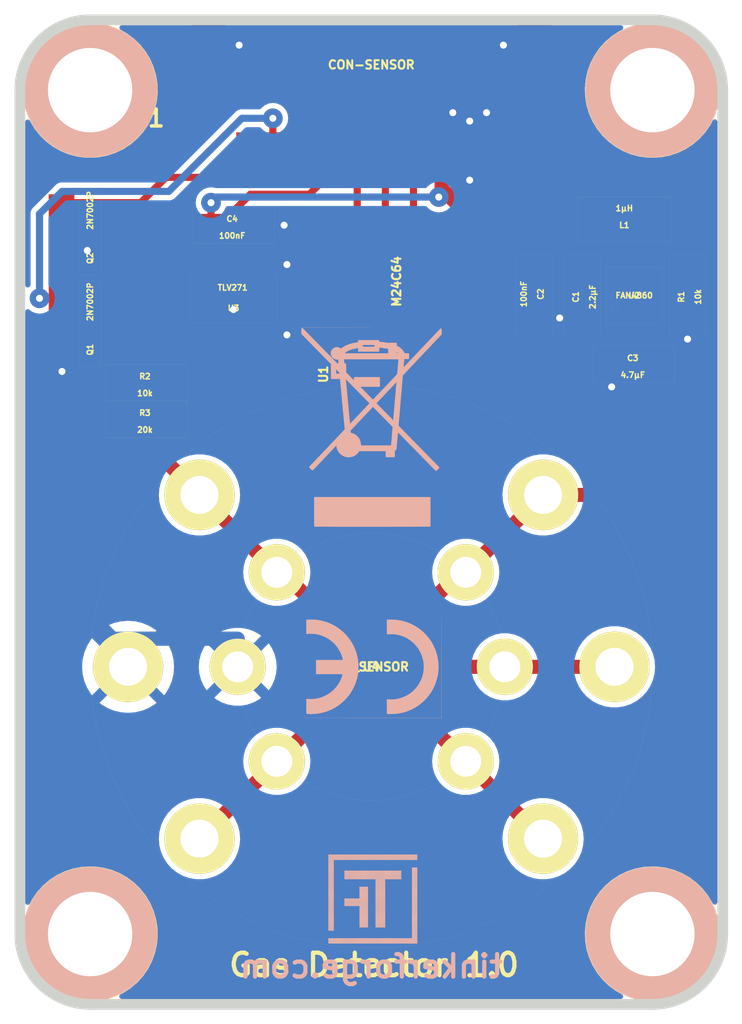
<source format=kicad_pcb>
(kicad_pcb (version 20221018) (generator pcbnew)
  (layers (0 "F.Cu" signal) (31 "B.Cu" signal) (34 "B.Paste" user) (35 "F.Paste" user) (36 "B.SilkS" user "B.Silkscreen") (37 "F.SilkS" user "F.Silkscreen") (38 "B.Mask" user) (39 "F.Mask" user) (44 "Edge.Cuts" user))
  (net 0 "")
  (net 1 "+5V")
  (net 2 "3V3")
  (net 3 "EN")
  (net 4 "GND")
  (net 5 "Net-(L1-Pad2)")
  (net 6 "Net-(P1-Pad10)")
  (net 7 "Net-(P1-Pad4)")
  (net 8 "Net-(P1-Pad5)")
  (net 9 "Net-(P1-Pad6)")
  (net 10 "Net-(P1-Pad7)")
  (net 11 "Net-(P1-Pad9)")
  (net 12 "Net-(Q1-PadD)")
  (net 13 "Net-(Q2-PadD)")
  (net 14 "Net-(R2-Pad1)")
  (footprint "tinkerforge:0603" (layer "F.Cu") (at 205.2 116.1 -90)
    (fp_text reference "C1" (at 0.05 0.225 270) (layer "F.SilkS") (effects (font (size 0.2 0.2) (thickness 0.05))))
    (fp_text value "2.2µF" (at 0.05 -0.375 270) (layer "F.SilkS") (effects (font (size 0.2 0.2) (thickness 0.05))))
    (pad "1" smd rect (at -0.8001 0 270) (size 0.8001 0.8001) (layers "F.Cu" "F.Paste" "F.Mask") (net 2 "3V3"))
    (pad "2" smd rect (at 0.8001 0 270) (size 0.8001 0.8001) (layers "F.Cu" "F.Paste" "F.Mask") (net 4 "GND"))
  )
  (footprint "tinkerforge:0603" (layer "F.Cu") (at 203.5 116.1 90)
    (fp_text reference "C2" (at 0.05 0.225 90) (layer "F.SilkS") (effects (font (size 0.2 0.2) (thickness 0.05))))
    (fp_text value "100nF" (at 0.05 -0.375 90) (layer "F.SilkS") (effects (font (size 0.2 0.2) (thickness 0.05))))
    (pad "1" smd rect (at -0.8001 0 90) (size 0.8001 0.8001) (layers "F.Cu" "F.Paste" "F.Mask") (net 4 "GND"))
    (pad "2" smd rect (at 0.8001 0 90) (size 0.8001 0.8001) (layers "F.Cu" "F.Paste" "F.Mask") (net 2 "3V3"))
  )
  (footprint "tinkerforge:0603" (layer "F.Cu") (at 207.05 118.55 180)
    (fp_text reference "C3" (at 0.05 0.225 180) (layer "F.SilkS") (effects (font (size 0.2 0.2) (thickness 0.05))))
    (fp_text value "4.7µF" (at 0.05 -0.375 180) (layer "F.SilkS") (effects (font (size 0.2 0.2) (thickness 0.05))))
    (pad "1" smd rect (at -0.8001 0 180) (size 0.8001 0.8001) (layers "F.Cu" "F.Paste" "F.Mask") (net 1 "+5V"))
    (pad "2" smd rect (at 0.8001 0 180) (size 0.8001 0.8001) (layers "F.Cu" "F.Paste" "F.Mask") (net 4 "GND"))
  )
  (footprint "tinkerforge:0805" (layer "F.Cu") (at 206.7 113.4)
    (fp_text reference "L1" (at 0 0.2) (layer "F.SilkS") (effects (font (size 0.2 0.2) (thickness 0.05))))
    (fp_text value "1µH" (at 0 -0.4) (layer "F.SilkS") (effects (font (size 0.2 0.2) (thickness 0.05))))
    (pad "1" smd rect (at -1.00076 0) (size 1.00076 1.24968) (layers "F.Cu" "F.Paste" "F.Mask") (net 2 "3V3") (clearance 0.14986))
    (pad "2" smd rect (at 1.00076 0) (size 1.00076 1.24968) (layers "F.Cu" "F.Paste" "F.Mask") (net 5 "Net-(L1-Pad2)") (clearance 0.14986))
  )
  (footprint "tinkerforge:CON-SENSOR" (layer "F.Cu") (at 197.7 106.3 180)
    (fp_text reference "P1" (at 7.9502 -3.50012 180) (layer "F.SilkS") (effects (font (size 0.59944 0.59944) (thickness 0.12446))))
    (fp_text value "CON-SENSOR" (at 0 -1.6002 180) (layer "F.SilkS") (effects (font (size 0.29972 0.29972) (thickness 0.07112))))
    (pad "1" smd rect (at -4.50088 -4.7752 180) (size 0.59944 1.5494) (layers "F.Cu" "F.Paste" "F.Mask"))
    (pad "2" smd rect (at -3.50012 -4.7752 180) (size 0.59944 1.5494) (layers "F.Cu" "F.Paste" "F.Mask") (net 4 "GND"))
    (pad "3" smd rect (at -2.49936 -4.7752 180) (size 0.59944 1.5494) (layers "F.Cu" "F.Paste" "F.Mask") (net 2 "3V3"))
    (pad "4" smd rect (at -1.50114 -4.7752 180) (size 0.59944 1.5494) (layers "F.Cu" "F.Paste" "F.Mask") (net 7 "Net-(P1-Pad4)"))
    (pad "5" smd rect (at -0.50038 -4.7752 180) (size 0.59944 1.5494) (layers "F.Cu" "F.Paste" "F.Mask") (net 8 "Net-(P1-Pad5)"))
    (pad "6" smd rect (at 0.50038 -4.7752 180) (size 0.59944 1.5494) (layers "F.Cu" "F.Paste" "F.Mask") (net 9 "Net-(P1-Pad6)"))
    (pad "7" smd rect (at 1.50114 -4.7752 180) (size 0.59944 1.5494) (layers "F.Cu" "F.Paste" "F.Mask") (net 10 "Net-(P1-Pad7)"))
    (pad "8" smd rect (at 2.49936 -4.7752 180) (size 0.59944 1.5494) (layers "F.Cu" "F.Paste" "F.Mask") (net 3 "EN"))
    (pad "9" smd rect (at 3.50012 -4.7752 180) (size 0.59944 1.5494) (layers "F.Cu" "F.Paste" "F.Mask") (net 11 "Net-(P1-Pad9)"))
    (pad "10" smd rect (at 4.50088 -4.7752 180) (size 0.59944 1.5494) (layers "F.Cu" "F.Paste" "F.Mask") (net 6 "Net-(P1-Pad10)"))
    (pad "EP" smd rect (at -5.79882 -0.89916 180) (size 1.19888 1.80086) (layers "F.Cu" "F.Paste" "F.Mask") (net 4 "GND"))
    (pad "EP" smd rect (at 5.79882 -0.89916 180) (size 1.19888 1.80086) (layers "F.Cu" "F.Paste" "F.Mask") (net 4 "GND"))
  )
  (footprint "tinkerforge:SOT23GDS" (layer "F.Cu") (at 187.7 117.1 90)
    (fp_text reference "Q1" (at -0.925 0 90) (layer "F.SilkS") (effects (font (size 0.2 0.2) (thickness 0.05))))
    (fp_text value "2N7002P" (at 0.775 0 90) (layer "F.SilkS") (effects (font (size 0.2 0.2) (thickness 0.05))))
    (pad "D" smd rect (at 0 1.016 90) (size 0.9144 0.9144) (layers "F.Cu" "F.Paste" "F.Mask") (net 12 "Net-(Q1-PadD)"))
    (pad "G" smd rect (at 0.889 -1.016 90) (size 0.9144 0.9144) (layers "F.Cu" "F.Paste" "F.Mask") (net 11 "Net-(P1-Pad9)"))
    (pad "S" smd rect (at -0.889 -1.016 90) (size 0.9144 0.9144) (layers "F.Cu" "F.Paste" "F.Mask") (net 4 "GND"))
  )
  (footprint "tinkerforge:SOT23GDS" (layer "F.Cu") (at 187.7 113.85 90)
    (fp_text reference "Q2" (at -0.925 0 90) (layer "F.SilkS") (effects (font (size 0.2 0.2) (thickness 0.05))))
    (fp_text value "2N7002P" (at 0.775 0 90) (layer "F.SilkS") (effects (font (size 0.2 0.2) (thickness 0.05))))
    (pad "D" smd rect (at 0 1.016 90) (size 0.9144 0.9144) (layers "F.Cu" "F.Paste" "F.Mask") (net 13 "Net-(Q2-PadD)"))
    (pad "G" smd rect (at 0.889 -1.016 90) (size 0.9144 0.9144) (layers "F.Cu" "F.Paste" "F.Mask") (net 6 "Net-(P1-Pad10)"))
    (pad "S" smd rect (at -0.889 -1.016 90) (size 0.9144 0.9144) (layers "F.Cu" "F.Paste" "F.Mask") (net 4 "GND"))
  )
  (footprint "tinkerforge:0603" (layer "F.Cu") (at 208.95 116.1 -90)
    (fp_text reference "R1" (at 0.05 0.225 270) (layer "F.SilkS") (effects (font (size 0.2 0.2) (thickness 0.05))))
    (fp_text value "10k" (at 0.05 -0.375 270) (layer "F.SilkS") (effects (font (size 0.2 0.2) (thickness 0.05))))
    (pad "1" smd rect (at -0.8001 0 270) (size 0.8001 0.8001) (layers "F.Cu" "F.Paste" "F.Mask") (net 3 "EN"))
    (pad "2" smd rect (at 0.8001 0 270) (size 0.8001 0.8001) (layers "F.Cu" "F.Paste" "F.Mask") (net 4 "GND"))
  )
  (footprint "tinkerforge:0603" (layer "F.Cu") (at 189.7 119.2 180)
    (fp_text reference "R2" (at 0.05 0.225 180) (layer "F.SilkS") (effects (font (size 0.2 0.2) (thickness 0.05))))
    (fp_text value "10k" (at 0.05 -0.375 180) (layer "F.SilkS") (effects (font (size 0.2 0.2) (thickness 0.05))))
    (pad "1" smd rect (at -0.8001 0 180) (size 0.8001 0.8001) (layers "F.Cu" "F.Paste" "F.Mask") (net 14 "Net-(R2-Pad1)"))
    (pad "2" smd rect (at 0.8001 0 180) (size 0.8001 0.8001) (layers "F.Cu" "F.Paste" "F.Mask") (net 12 "Net-(Q1-PadD)"))
  )
  (footprint "tinkerforge:0603" (layer "F.Cu") (at 189.7 120.5 180)
    (fp_text reference "R3" (at 0.05 0.225 180) (layer "F.SilkS") (effects (font (size 0.2 0.2) (thickness 0.05))))
    (fp_text value "20k" (at 0.05 -0.375 180) (layer "F.SilkS") (effects (font (size 0.2 0.2) (thickness 0.05))))
    (pad "1" smd rect (at -0.8001 0 180) (size 0.8001 0.8001) (layers "F.Cu" "F.Paste" "F.Mask") (net 14 "Net-(R2-Pad1)"))
    (pad "2" smd rect (at 0.8001 0 180) (size 0.8001 0.8001) (layers "F.Cu" "F.Paste" "F.Mask") (net 13 "Net-(Q2-PadD)"))
  )
  (footprint "tinkerforge:UMLP_22" (layer "F.Cu") (at 207.05 116.1 180)
    (fp_text reference "U2" (at 0 0 180) (layer "F.SilkS") (effects (font (size 0.2 0.2) (thickness 0.05))))
    (fp_text value "FAN4860" (at 0 0 180) (layer "F.SilkS") (effects (font (size 0.2 0.2) (thickness 0.05))))
    (pad "1" smd rect (at 0.65 -1.05 180) (size 0.25 0.8) (layers "F.Cu" "F.Paste" "F.Mask") (net 4 "GND"))
    (pad "2" smd rect (at 0 -1.05 180) (size 0.25 0.8) (layers "F.Cu" "F.Paste" "F.Mask") (net 1 "+5V"))
    (pad "3" smd rect (at -0.65 -1.05 180) (size 0.25 0.8) (layers "F.Cu" "F.Paste" "F.Mask") (net 1 "+5V"))
    (pad "4" smd rect (at -0.65 1.05 180) (size 0.25 0.8) (layers "F.Cu" "F.Paste" "F.Mask") (net 3 "EN"))
    (pad "5" smd rect (at 0 1.05 180) (size 0.25 0.8) (layers "F.Cu" "F.Paste" "F.Mask") (net 5 "Net-(L1-Pad2)"))
    (pad "6" smd rect (at 0.65 1.05 180) (size 0.25 0.8) (layers "F.Cu" "F.Paste" "F.Mask") (net 2 "3V3"))
    (pad "EP" smd rect (at 0 0 180) (size 1.45 0.8) (layers "F.Cu" "F.Paste" "F.Mask") (net 4 "GND"))
  )
  (footprint "tinkerforge:DRILL_NP" (layer "F.Cu") (at 207.7 108.8)
    (fp_text reference "U5" hide)
    (fp_text value "DRILL" hide)
    (pad "" np_thru_hole circle (at 0 0) (size 2.99974 2.99974) (drill 2.99974) (layers "*.Cu" "*.Mask" "F.SilkS") (clearance 0.89916))
  )
  (footprint "tinkerforge:DRILL_NP" (layer "F.Cu") (at 187.7 108.8)
    (fp_text reference "U6" hide)
    (fp_text value "DRILL" hide)
    (pad "" np_thru_hole circle (at 0 0) (size 2.99974 2.99974) (drill 2.99974) (layers "*.Cu" "*.Mask" "F.SilkS") (clearance 0.89916))
  )
  (footprint "tinkerforge:DRILL_NP" (layer "F.Cu") (at 187.7 138.8)
    (fp_text reference "U7" hide)
    (fp_text value "DRILL" hide)
    (pad "" np_thru_hole circle (at 0 0) (size 2.99974 2.99974) (drill 2.99974) (layers "*.Cu" "*.Mask" "F.SilkS") (clearance 0.89916))
  )
  (footprint "tinkerforge:SOIC8" (layer "F.Cu") (at 198.6 115.6 -90)
    (fp_text reference "U1" (at 3.29946 2.60096 270) (layer "F.SilkS") (effects (font (size 0.29972 0.29972) (thickness 0.0762))))
    (fp_text value "M24C64" (at 0 0 270) (layer "F.SilkS") (effects (font (size 0.29972 0.29972) (thickness 0.0762))))
    (pad "1" smd rect (at -1.90246 2.69748 90) (size 0.59944 1.5494) (layers "F.Cu" "F.Paste" "F.Mask") (net 4 "GND"))
    (pad "2" smd rect (at -0.63246 2.69748 90) (size 0.59944 1.5494) (layers "F.Cu" "F.Paste" "F.Mask") (net 4 "GND"))
    (pad "3" smd rect (at 0.63246 2.69748 90) (size 0.59944 1.5494) (layers "F.Cu" "F.Paste" "F.Mask") (net 9 "Net-(P1-Pad6)"))
    (pad "4" smd rect (at 1.90246 2.69748 90) (size 0.59944 1.5494) (layers "F.Cu" "F.Paste" "F.Mask") (net 4 "GND"))
    (pad "5" smd rect (at 1.90246 -2.69748 270) (size 0.59944 1.5494) (layers "F.Cu" "F.Paste" "F.Mask") (net 8 "Net-(P1-Pad5)"))
    (pad "6" smd rect (at 0.63246 -2.69748 270) (size 0.59944 1.5494) (layers "F.Cu" "F.Paste" "F.Mask") (net 7 "Net-(P1-Pad4)"))
    (pad "7" smd rect (at -0.63246 -2.69748 270) (size 0.59944 1.5494) (layers "F.Cu" "F.Paste" "F.Mask"))
    (pad "8" smd rect (at -1.90246 -2.69748 270) (size 0.59944 1.5494) (layers "F.Cu" "F.Paste" "F.Mask") (net 2 "3V3"))
  )
  (footprint "tinkerforge:0603" (layer "F.Cu") (at 192.8 113.6 180)
    (fp_text reference "C4" (at 0.05 0.225 180) (layer "F.SilkS") (effects (font (size 0.2 0.2) (thickness 0.05))))
    (fp_text value "100nF" (at 0.05 -0.375 180) (layer "F.SilkS") (effects (font (size 0.2 0.2) (thickness 0.05))))
    (pad "1" smd rect (at -0.8001 0 180) (size 0.8001 0.8001) (layers "F.Cu" "F.Paste" "F.Mask") (net 4 "GND"))
    (pad "2" smd rect (at 0.8001 0 180) (size 0.8001 0.8001) (layers "F.Cu" "F.Paste" "F.Mask") (net 2 "3V3"))
  )
  (footprint "tinkerforge:DRILL_NP" (layer "F.Cu") (at 207.7 138.8)
    (fp_text reference "U8" hide)
    (fp_text value "DRILL" hide)
    (pad "" np_thru_hole circle (at 0 0) (size 2.99974 2.99974) (drill 2.99974) (layers "*.Cu" "*.Mask" "F.SilkS") (clearance 0.89916))
  )
  (footprint "tinkerforge:SOT23-5" (layer "F.Cu") (at 192.8 116.2)
    (fp_text reference "U3" (at 0 0.35052) (layer "F.SilkS") (effects (font (size 0.2 0.2) (thickness 0.05))))
    (fp_text value "TLV271" (at -0.03 -0.38) (layer "F.SilkS") (effects (font (size 0.2 0.2) (thickness 0.05))))
    (pad "1" smd rect (at -0.94996 1.19888) (size 0.50038 0.8001) (layers "F.Cu" "F.Paste" "F.Mask") (net 10 "Net-(P1-Pad7)") (clearance 0.14986))
    (pad "2" smd rect (at 0 1.19888) (size 0.50038 0.8001) (layers "F.Cu" "F.Paste" "F.Mask") (net 4 "GND") (clearance 0.14986))
    (pad "3" smd rect (at 0.94996 1.19888) (size 0.50038 0.8001) (layers "F.Cu" "F.Paste" "F.Mask") (net 14 "Net-(R2-Pad1)") (clearance 0.14986))
    (pad "4" smd rect (at 0.94996 -1.19888) (size 0.50038 0.8001) (layers "F.Cu" "F.Paste" "F.Mask") (net 10 "Net-(P1-Pad7)") (clearance 0.14986))
    (pad "5" smd rect (at -0.94996 -1.19888) (size 0.50038 0.8001) (layers "F.Cu" "F.Paste" "F.Mask") (net 2 "3V3") (clearance 0.14986))
  )
  (footprint "tinkerforge:MQ_SENSOR" (layer "F.Cu") (at 197.7 129.3)
    (fp_text reference "U4" (at 0 0) (layer "F.SilkS") (effects (font (size 0.3 0.3) (thickness 0.075))))
    (fp_text value "MQ_SENSOR" (at 0 0) (layer "F.SilkS") (effects (font (size 0.3 0.3) (thickness 0.075))))
    (pad "A" thru_hole circle (at -6.11 -6.11) (size 2.5 2.5) (drill 1.35) (layers "*.Cu" "*.Mask" "F.SilkS") (net 14 "Net-(R2-Pad1)"))
    (pad "A" thru_hole circle (at -6.11 6.11) (size 2.5 2.5) (drill 1.35) (layers "*.Cu" "*.Mask" "F.SilkS") (net 14 "Net-(R2-Pad1)"))
    (pad "A" thru_hole circle (at -3.36 -3.36) (size 2 2) (drill 1.1) (layers "*.Cu" "*.Mask" "F.SilkS") (net 14 "Net-(R2-Pad1)"))
    (pad "A" thru_hole circle (at -3.36 3.36) (size 2 2) (drill 1.1) (layers "*.Cu" "*.Mask" "F.SilkS") (net 14 "Net-(R2-Pad1)"))
    (pad "B" thru_hole circle (at 3.36 -3.36) (size 2 2) (drill 1.1) (layers "*.Cu" "*.Mask" "F.SilkS") (net 1 "+5V"))
    (pad "B" thru_hole circle (at 3.36 3.36) (size 2 2) (drill 1.1) (layers "*.Cu" "*.Mask" "F.SilkS") (net 1 "+5V"))
    (pad "B" thru_hole circle (at 6.11 -6.11) (size 2.5 2.5) (drill 1.35) (layers "*.Cu" "*.Mask" "F.SilkS") (net 1 "+5V"))
    (pad "B" thru_hole circle (at 6.11 6.11) (size 2.5 2.5) (drill 1.35) (layers "*.Cu" "*.Mask" "F.SilkS") (net 1 "+5V"))
    (pad "H1" thru_hole circle (at -8.65 0) (size 2.5 2.5) (drill 1.35) (layers "*.Cu" "*.Mask" "F.SilkS") (net 4 "GND"))
    (pad "H1" thru_hole circle (at -4.75 0) (size 2 2) (drill 1.1) (layers "*.Cu" "*.Mask" "F.SilkS") (net 4 "GND"))
    (pad "H2" thru_hole circle (at 4.75 0) (size 2 2) (drill 1.1) (layers "*.Cu" "*.Mask" "F.SilkS") (net 1 "+5V"))
    (pad "H2" thru_hole circle (at 8.65 0) (size 2.5 2.5) (drill 1.35) (layers "*.Cu" "*.Mask" "F.SilkS") (net 1 "+5V"))
  )
  (footprint "tinkerforge:Fiducial_Mark" (layer "F.Cu") (at 208.7 133.8)
    (fp_text reference "Fiducial_Mark" hide)
    (fp_text value "VAL**" hide)
    (pad "1" smd circle (at 0 0) (size 1.00076 1.00076) (layers "F.Cu" "F.Mask") (clearance 0.65024))
  )
  (footprint "tinkerforge:Fiducial_Mark" (layer "F.Cu") (at 190.2 115.8)
    (fp_text reference "Fiducial_Mark" hide)
    (fp_text value "VAL**" hide)
    (pad "1" smd circle (at 0 0) (size 1.00076 1.00076) (layers "F.Cu" "F.Mask") (clearance 0.65024))
  )
  (footprint "tinkerforge:Fiducial_Mark" (layer "F.Cu") (at 194.7 108)
    (fp_text reference "Fiducial_Mark" hide)
    (fp_text value "VAL**" hide)
    (pad "1" smd circle (at 0 0) (size 1.00076 1.00076) (layers "F.Cu" "F.Mask") (clearance 0.65024))
  )
  (footprint "tinkerforge:WEEE_7mm" (layer "B.Cu") (at 197.7 120.8)
    (fp_text reference "VAL" hide)
    (fp_text value "WEEE_7mm" hide)
  )
  (footprint "tinkerforge:CE_5mm" (layer "B.Cu") (at 197.7 129.3 180)
    (fp_text reference "VAL" hide)
    (fp_text value "CE_5mm" hide)
  )
  (footprint "logo:Logo_31x31m" (layer "B.Cu") (at 196.175 135.975)
    (fp_text reference "G***" hide)
    (fp_text value "LOGO" hide)
  )
  (gr_arc (start 185.2 108.8) (mid 185.932233 107.032233) (end 187.7 106.3) (stroke (width 0.381)) (layer "Edge.Cuts"))
  (gr_arc (start 187.7 141.3) (mid 185.932233 140.567767) (end 185.2 138.8) (stroke (width 0.381)) (layer "Edge.Cuts"))
  (gr_arc (start 210.2 138.8) (mid 209.467767 140.567767) (end 207.7 141.3) (stroke (width 0.381)) (layer "Edge.Cuts"))
  (gr_arc (start 207.7 106.3) (mid 209.467767 107.032233) (end 210.2 108.8) (stroke (width 0.381)) (layer "Edge.Cuts"))
  (gr_line (start 185.2 138.8) (end 185.2 108.8) (stroke (width 0.381)) (layer "Edge.Cuts"))
  (gr_line (start 207.7 141.3) (end 187.7 141.3) (stroke (width 0.381)) (layer "Edge.Cuts"))
  (gr_line (start 207.7 106.3) (end 187.7 106.3) (stroke (width 0.381)) (layer "Edge.Cuts"))
  (gr_line (start 210.2 138.8) (end 210.2 108.8) (stroke (width 0.381)) (layer "Edge.Cuts"))
  (gr_text "tinkerforge.com" (at 197.7 139.95) (layer "B.SilkS") (effects (font (size 0.8 0.8)) (justify mirror)))
  (gr_text "Gas Detector 1.0" (at 197.8 139.9) (layer "F.SilkS") (effects (font (size 0.8 0.8))))
  (segment (start 207.05 117.7499) (end 207.8501 118.55) (width 0.254) (layer "F.Cu") (net 1))
  (segment (start 207.7 118.3999) (end 207.8501 118.55) (width 0.254) (layer "F.Cu") (net 1))
  (segment (start 200.86 125.94) (end 199.9 126.9) (width 0.5) (layer "F.Cu") (net 1))
  (segment (start 199.9 126.9) (end 199.9 129.2) (width 0.5) (layer "F.Cu") (net 1))
  (segment (start 199.9 131.5) (end 201.06 132.66) (width 0.5) (layer "F.Cu") (net 1))
  (segment (start 207.8501 120.9499) (end 205.61 123.19) (width 0.5) (layer "F.Cu") (net 1))
  (segment (start 205.61 123.19) (end 203.81 123.19) (width 0.5) (layer "F.Cu") (net 1))
  (segment (start 199.9 129.3) (end 200 129.2) (width 0.5) (layer "F.Cu") (net 1))
  (segment (start 200 129.2) (end 199.9 129.2) (width 0.5) (layer "F.Cu") (net 1))
  (segment (start 199.9 129.2) (end 199.9 131.5) (width 0.5) (layer "F.Cu") (net 1))
  (segment (start 206.35 129.3) (end 202.45 129.3) (width 0.5) (layer "F.Cu") (net 1))
  (segment (start 203.81 123.19) (end 201.06 125.94) (width 0.5) (layer "F.Cu") (net 1))
  (segment (start 202.45 129.3) (end 199.9 129.3) (width 0.5) (layer "F.Cu") (net 1))
  (segment (start 207.7 117.15) (end 207.7 118.3999) (width 0.254) (layer "F.Cu") (net 1))
  (segment (start 203.81 135.41) (end 201.06 132.66) (width 0.5) (layer "F.Cu") (net 1))
  (segment (start 207.8501 118.55) (end 207.8501 120.9499) (width 0.5) (layer "F.Cu") (net 1))
  (segment (start 201.06 125.94) (end 200.86 125.94) (width 0.5) (layer "F.Cu") (net 1))
  (segment (start 207.05 117.15) (end 207.05 117.7499) (width 0.254) (layer "F.Cu") (net 1))
  (segment (start 206.4 114.10076) (end 205.69924 113.4) (width 0.254) (layer "F.Cu") (net 2))
  (segment (start 205.4499 115.05) (end 205.2 115.2999) (width 0.254) (layer "F.Cu") (net 2))
  (segment (start 200.19936 112.29936) (end 200.25 112.35) (width 0.5) (layer "F.Cu") (net 2))
  (segment (start 200.8 112.9) (end 203.2 112.9) (width 0.5) (layer "F.Cu") (net 2))
  (segment (start 203.2 112.9) (end 204.4 114.1) (width 0.5) (layer "F.Cu") (net 2))
  (segment (start 204.4 114.1) (end 204.4 115.3) (width 0.5) (layer "F.Cu") (net 2))
  (segment (start 205.1999 115.3) (end 205.2 115.2999) (width 0.5) (layer "F.Cu") (net 2))
  (segment (start 203.5001 115.3) (end 203.5 115.2999) (width 0.5) (layer "F.Cu") (net 2))
  (segment (start 201.89754 113.69754) (end 202.8 114.6) (width 0.254) (layer "F.Cu") (net 2))
  (segment (start 202.8 114.6) (end 202.8 115) (width 0.254) (layer "F.Cu") (net 2))
  (segment (start 202.8 115) (end 203.0999 115.2999) (width 0.254) (layer "F.Cu") (net 2))
  (segment (start 203.0999 115.2999) (end 203.5 115.2999) (width 0.254) (layer "F.Cu") (net 2))
  (segment (start 191.85004 113.74986) (end 191.9999 113.6) (width 0.254) (layer "F.Cu") (net 2))
  (segment (start 200.25 112.35) (end 200.8 112.9) (width 0.5) (layer "F.Cu") (net 2))
  (segment (start 200.25 112.45) (end 200.1 112.6) (width 0.254) (layer "F.Cu") (net 2))
  (segment (start 192 112.8) (end 191.9999 112.8001) (width 0.254) (layer "F.Cu") (net 2))
  (segment (start 191.9999 112.8001) (end 191.9999 113.6) (width 0.254) (layer "F.Cu") (net 2))
  (segment (start 201.29748 113.69754) (end 201.89754 113.69754) (width 0.254) (layer "F.Cu") (net 2))
  (segment (start 204.4 115.3) (end 203.5001 115.3) (width 0.5) (layer "F.Cu") (net 2))
  (segment (start 200.25 112.35) (end 200.25 112.45) (width 0.254) (layer "F.Cu") (net 2))
  (segment (start 205.1999 115.3) (end 204.4 115.3) (width 0.5) (layer "F.Cu") (net 2))
  (segment (start 206.4 115.05) (end 205.4499 115.05) (width 0.254) (layer "F.Cu") (net 2))
  (segment (start 206.4 115.05) (end 206.4 114.10076) (width 0.254) (layer "F.Cu") (net 2))
  (segment (start 191.85004 115.00112) (end 191.85004 113.74986) (width 0.254) (layer "F.Cu") (net 2))
  (segment (start 205.2 115.2999) (end 204.9499 115.2999) (width 0.254) (layer "F.Cu") (net 2))
  (segment (start 200.19936 112.29936) (end 200.19936 111.0752) (width 0.5) (layer "F.Cu") (net 2))
  (via (at 192 112.8) (size 0.7) (drill 0.25) (layers "F.Cu" "B.Cu") (net 2))
  (via (at 200.1 112.6) (size 0.7) (drill 0.25) (layers "F.Cu" "B.Cu") (net 2))
  (segment (start 192.2 112.6) (end 192 112.8) (width 0.254) (layer "B.Cu") (net 2))
  (segment (start 200.1 112.6) (end 192.2 112.6) (width 0.254) (layer "B.Cu") (net 2))
  (segment (start 195.20064 110.14936) (end 196.6 108.75) (width 0.254) (layer "F.Cu") (net 3))
  (segment (start 196.6 108.75) (end 202.4 108.75) (width 0.254) (layer "F.Cu") (net 3))
  (segment (start 208.7001 115.05) (end 208.95 115.2999) (width 0.254) (layer "F.Cu") (net 3))
  (segment (start 208.95 112.6) (end 208.35 112) (width 0.254) (layer "F.Cu") (net 3))
  (segment (start 208.35 112) (end 205.65 112) (width 0.254) (layer "F.Cu") (net 3))
  (segment (start 205.65 112) (end 202.4 108.75) (width 0.254) (layer "F.Cu") (net 3))
  (segment (start 208.95 115.2999) (end 208.95 112.6) (width 0.254) (layer "F.Cu") (net 3))
  (segment (start 195.20064 111.0752) (end 195.20064 110.14936) (width 0.254) (layer "F.Cu") (net 3))
  (segment (start 207.7 115.05) (end 208.7001 115.05) (width 0.254) (layer "F.Cu") (net 3))
  (segment (start 208.15 116.1) (end 208.95 116.9) (width 0.5) (layer "F.Cu") (net 4))
  (segment (start 208.95 116.9) (end 208.95 116.9001) (width 0.5) (layer "F.Cu") (net 4))
  (segment (start 206.4 116.55) (end 206.85 116.1) (width 0.5) (layer "F.Cu") (net 4))
  (segment (start 206.85 116.1) (end 207.05 116.1) (width 0.5) (layer "F.Cu") (net 4))
  (segment (start 206.2499 117.3001) (end 206.4 117.15) (width 0.5) (layer "F.Cu") (net 4))
  (segment (start 206.2499 119.3499) (end 206.25 119.35) (width 0.5) (layer "F.Cu") (net 4))
  (segment (start 205.6 117.3001) (end 205.2 116.9001) (width 0.5) (layer "F.Cu") (net 4))
  (segment (start 204.4001 116.9001) (end 204.4 116.9) (width 0.5) (layer "F.Cu") (net 4))
  (segment (start 201.20012 109.90012) (end 201.2 109.9) (width 0.5) (layer "F.Cu") (net 4))
  (segment (start 200.9 109.9) (end 200.6 109.6) (width 0.5) (layer "F.Cu") (net 4))
  (segment (start 201.5 109.9) (end 201.8 109.6) (width 0.5) (layer "F.Cu") (net 4))
  (segment (start 186.684 118.784) (end 186.7 118.8) (width 0.254) (layer "F.Cu") (net 4))
  (segment (start 192.99916 107.19916) (end 193 107.2) (width 0.254) (layer "F.Cu") (net 4))
  (segment (start 202.40084 107.19916) (end 202.4 107.2) (width 0.254) (layer "F.Cu") (net 4))
  (segment (start 203.5001 116.9) (end 203.5 116.9001) (width 0.254) (layer "F.Cu") (net 4))
  (segment (start 201.20012 111.99988) (end 201.2 112) (width 0.5) (layer "F.Cu") (net 4))
  (segment (start 194.69754 113.69754) (end 194.6 113.6) (width 0.5) (layer "F.Cu") (net 4))
  (segment (start 194.73246 114.96754) (end 194.7 115) (width 0.5) (layer "F.Cu") (net 4))
  (segment (start 194.70246 117.50246) (end 194.7 117.5) (width 0.5) (layer "F.Cu") (net 4))
  (segment (start 187.361 114.739) (end 187.6 114.5) (width 0.5) (layer "F.Cu") (net 4))
  (segment (start 186.684 114.739) (end 187.361 114.739) (width 0.5) (layer "F.Cu") (net 4))
  (segment (start 204.4001 116.9001) (end 205.2 116.9001) (width 0.5) (layer "F.Cu") (net 4))
  (segment (start 207.05 116.1) (end 208.15 116.1) (width 0.5) (layer "F.Cu") (net 4))
  (segment (start 208.95 116.9001) (end 208.95 117.65) (width 0.5) (layer "F.Cu") (net 4))
  (segment (start 194.6 113.6) (end 193.6001 113.6) (width 0.5) (layer "F.Cu") (net 4))
  (segment (start 186.684 118.784) (end 186.684 117.989) (width 0.254) (layer "F.Cu") (net 4))
  (segment (start 194.73246 114.96754) (end 195.90252 114.96754) (width 0.5) (layer "F.Cu") (net 4))
  (segment (start 192.8 117.39888) (end 192.8 116.6) (width 0.5) (layer "F.Cu") (net 4))
  (segment (start 195.90252 113.69754) (end 194.69754 113.69754) (width 0.5) (layer "F.Cu") (net 4))
  (segment (start 201.20012 111.0752) (end 201.20012 109.90012) (width 0.5) (layer "F.Cu") (net 4))
  (segment (start 206.2499 117.3001) (end 205.6 117.3001) (width 0.5) (layer "F.Cu") (net 4))
  (segment (start 201.20012 111.0752) (end 201.20012 111.99988) (width 0.5) (layer "F.Cu") (net 4))
  (segment (start 191.90118 107.19916) (end 192.99916 107.19916) (width 0.254) (layer "F.Cu") (net 4))
  (segment (start 206.2499 118.55) (end 206.2499 117.3001) (width 0.5) (layer "F.Cu") (net 4))
  (segment (start 201.2 109.9) (end 201.5 109.9) (width 0.5) (layer "F.Cu") (net 4))
  (segment (start 195.90252 117.50246) (end 194.70246 117.50246) (width 0.5) (layer "F.Cu") (net 4))
  (segment (start 201.2 109.9) (end 200.9 109.9) (width 0.5) (layer "F.Cu") (net 4))
  (segment (start 202.40084 107.19916) (end 203.49882 107.19916) (width 0.254) (layer "F.Cu") (net 4))
  (segment (start 206.4 117.15) (end 206.4 116.55) (width 0.5) (layer "F.Cu") (net 4))
  (segment (start 206.2499 118.55) (end 206.2499 119.3499) (width 0.5) (layer "F.Cu") (net 4))
  (segment (start 204.4 116.9) (end 203.5001 116.9) (width 0.5) (layer "F.Cu") (net 4))
  (via (at 202.4 107.2) (size 0.7) (drill 0.25) (layers "F.Cu" "B.Cu") (net 4))
  (via (at 193 107.2) (size 0.7) (drill 0.25) (layers "F.Cu" "B.Cu") (net 4))
  (via (at 200.6 109.6) (size 0.7) (drill 0.25) (layers "F.Cu" "B.Cu") (net 4))
  (via (at 201.2 112) (size 0.7) (drill 0.25) (layers "F.Cu" "B.Cu") (net 4))
  (via (at 192.8 116.6) (size 0.7) (drill 0.25) (layers "F.Cu" "B.Cu") (net 4))
  (via (at 201.2 109.9) (size 0.7) (drill 0.25) (layers "F.Cu" "B.Cu") (net 4))
  (via (at 204.4 116.9) (size 0.7) (drill 0.25) (layers "F.Cu" "B.Cu") (net 4))
  (via (at 194.6 113.6) (size 0.7) (drill 0.25) (layers "F.Cu" "B.Cu") (net 4))
  (via (at 201.8 109.6) (size 0.7) (drill 0.25) (layers "F.Cu" "B.Cu") (net 4))
  (via (at 186.7 118.8) (size 0.7) (drill 0.25) (layers "F.Cu" "B.Cu") (net 4))
  (via (at 194.7 115) (size 0.7) (drill 0.25) (layers "F.Cu" "B.Cu") (net 4))
  (via (at 208.95 117.65) (size 0.7) (drill 0.25) (layers "F.Cu" "B.Cu") (net 4))
  (via (at 187.6 114.5) (size 0.7) (drill 0.25) (layers "F.Cu" "B.Cu") (net 4))
  (via (at 194.7 117.5) (size 0.7) (drill 0.25) (layers "F.Cu" "B.Cu") (net 4))
  (via (at 206.25 119.35) (size 0.7) (drill 0.25) (layers "F.Cu" "B.Cu") (net 4))
  (segment (start 201.2 111) (end 200.9 111.3) (width 0.254) (layer "B.Cu") (net 4))
  (segment (start 202.5 112.9) (end 200.9 111.3) (width 0.254) (layer "B.Cu") (net 4))
  (segment (start 204.3 117) (end 204.4 116.9) (width 0.254) (layer "B.Cu") (net 4))
  (segment (start 201.8 107.8) (end 202.4 107.2) (width 0.254) (layer "B.Cu") (net 4))
  (segment (start 188.5 128.3) (end 186.7 126.5) (width 0.5) (layer "B.Cu") (net 4))
  (segment (start 186.7 126.5) (end 186.7 118.8) (width 0.5) (layer "B.Cu") (net 4))
  (segment (start 187.6 117.9) (end 186.7 118.8) (width 0.254) (layer "B.Cu") (net 4))
  (segment (start 189.7 116.6) (end 187.6 114.5) (width 0.254) (layer "B.Cu") (net 4))
  (segment (start 193.7 117.5) (end 192.8 116.6) (width 0.254) (layer "B.Cu") (net 4))
  (segment (start 194.7 113.7) (end 194.6 113.6) (width 0.254) (layer "B.Cu") (net 4))
  (segment (start 201.2 113.2) (end 200.8 113.6) (width 0.254) (layer "B.Cu") (net 4))
  (segment (start 200.8 113.6) (end 194.6 113.6) (width 0.254) (layer "B.Cu") (net 4))
  (segment (start 202.4 107.2) (end 193 107.2) (width 0.254) (layer "B.Cu") (net 4))
  (segment (start 194.7 115) (end 194.7 113.7) (width 0.254) (layer "B.Cu") (net 4))
  (segment (start 202.5 117) (end 204.3 117) (width 0.254) (layer "B.Cu") (net 4))
  (segment (start 194.7 117.5) (end 194.7 115) (width 0.254) (layer "B.Cu") (net 4))
  (segment (start 189.45 128.3) (end 192.95 128.3) (width 0.5) (layer "B.Cu") (net 4))
  (segment (start 202.5 115.75) (end 202.5 117) (width 0.254) (layer "B.Cu") (net 4))
  (segment (start 187.6 114.5) (end 187.6 117.9) (width 0.254) (layer "B.Cu") (net 4))
  (segment (start 194.7 117.5) (end 193.7 117.5) (width 0.254) (layer "B.Cu") (net 4))
  (segment (start 201.8 109.6) (end 201.8 107.8) (width 0.254) (layer "B.Cu") (net 4))
  (segment (start 192.8 116.6) (end 189.7 116.6) (width 0.254) (layer "B.Cu") (net 4))
  (segment (start 202.5 115.75) (end 202.5 113.25) (width 0.254) (layer "B.Cu") (net 4))
  (segment (start 202.5 113.25) (end 202.5 112.9) (width 0.254) (layer "B.Cu") (net 4))
  (segment (start 189.05 128.3) (end 188.5 128.3) (width 0.5) (layer "B.Cu") (net 4))
  (segment (start 201.2 112) (end 201.2 113.2) (width 0.254) (layer "B.Cu") (net 4))
  (segment (start 201.2 109.9) (end 201.2 111) (width 0.254) (layer "B.Cu") (net 4))
  (segment (start 192.95 128.3) (end 189.05 128.3) (width 0.5) (layer "B.Cu") (net 4))
  (segment (start 207.05 114.05076) (end 207.70076 113.4) (width 0.254) (layer "F.Cu") (net 5))
  (segment (start 207.05 115.05) (end 207.05 114.05076) (width 0.254) (layer "F.Cu") (net 5))
  (segment (start 193.19912 111.30088) (end 192.6 111.9) (width 0.254) (layer "F.Cu") (net 6))
  (segment (start 192.6 111.9) (end 190.4 111.9) (width 0.254) (layer "F.Cu") (net 6))
  (segment (start 190.4 111.9) (end 189.5 112.8) (width 0.254) (layer "F.Cu") (net 6))
  (segment (start 189.5 112.8) (end 186.845 112.8) (width 0.254) (layer "F.Cu") (net 6))
  (segment (start 186.845 112.8) (end 186.684 112.961) (width 0.254) (layer "F.Cu") (net 6))
  (segment (start 193.19912 111.0752) (end 193.19912 111.30088) (width 0.254) (layer "F.Cu") (net 6))
  (segment (start 186.684 112.961) (end 186.939 112.961) (width 0.254) (layer "F.Cu") (net 6))
  (segment (start 199.20114 115.10114) (end 200.33246 116.23246) (width 0.254) (layer "F.Cu") (net 7))
  (segment (start 200.33246 116.23246) (end 201.29748 116.23246) (width 0.254) (layer "F.Cu") (net 7))
  (segment (start 199.20114 111.0752) (end 199.20114 115.10114) (width 0.254) (layer "F.Cu") (net 7))
  (segment (start 199.40246 117.50246) (end 198.20038 116.30038) (width 0.254) (layer "F.Cu") (net 8))
  (segment (start 198.20038 116.30038) (end 198.20038 111.0752) (width 0.254) (layer "F.Cu") (net 8))
  (segment (start 201.29748 117.50246) (end 199.40246 117.50246) (width 0.254) (layer "F.Cu") (net 8))
  (segment (start 197.19962 115.80038) (end 196.76754 116.23246) (width 0.254) (layer "F.Cu") (net 9))
  (segment (start 196.76754 116.23246) (end 195.90252 116.23246) (width 0.254) (layer "F.Cu") (net 9))
  (segment (start 197.19962 111.0752) (end 197.19962 115.80038) (width 0.254) (layer "F.Cu") (net 9))
  (segment (start 193.09888 115.00112) (end 191.85004 116.24996) (width 0.254) (layer "F.Cu") (net 10))
  (segment (start 191.85004 116.24996) (end 191.85004 117.39888) (width 0.254) (layer "F.Cu") (net 10))
  (segment (start 196.19886 111.80114) (end 195.5 112.5) (width 0.254) (layer "F.Cu") (net 10))
  (segment (start 195.5 112.5) (end 193.4 112.5) (width 0.254) (layer "F.Cu") (net 10))
  (segment (start 193.4 112.5) (end 192.8 113.1) (width 0.254) (layer "F.Cu") (net 10))
  (segment (start 192.8 113.1) (end 192.8 114.7) (width 0.254) (layer "F.Cu") (net 10))
  (segment (start 192.8 114.7) (end 193.10112 115.00112) (width 0.254) (layer "F.Cu") (net 10))
  (segment (start 193.10112 115.00112) (end 193.09888 115.00112) (width 0.254) (layer "F.Cu") (net 10))
  (segment (start 193.74996 115.00112) (end 193.10112 115.00112) (width 0.254) (layer "F.Cu") (net 10))
  (segment (start 196.19886 111.0752) (end 196.19886 111.80114) (width 0.254) (layer "F.Cu") (net 10))
  (segment (start 185.911 116.211) (end 185.9 116.2) (width 0.254) (layer "F.Cu") (net 11))
  (segment (start 194.2 109.8) (end 194.19988 109.80012) (width 0.254) (layer "F.Cu") (net 11))
  (segment (start 194.19988 109.80012) (end 194.19988 111.0752) (width 0.254) (layer "F.Cu") (net 11))
  (segment (start 186.684 116.211) (end 185.911 116.211) (width 0.254) (layer "F.Cu") (net 11))
  (via (at 185.9 116.2) (size 0.7) (drill 0.25) (layers "F.Cu" "B.Cu") (net 11))
  (via (at 194.2 109.8) (size 0.7) (drill 0.25) (layers "F.Cu" "B.Cu") (net 11))
  (segment (start 185.9 116.2) (end 185.9 113.2) (width 0.254) (layer "B.Cu") (net 11))
  (segment (start 185.9 113.2) (end 186.7 112.4) (width 0.254) (layer "B.Cu") (net 11))
  (segment (start 186.7 112.4) (end 190.5 112.4) (width 0.254) (layer "B.Cu") (net 11))
  (segment (start 190.5 112.4) (end 193.1 109.8) (width 0.254) (layer "B.Cu") (net 11))
  (segment (start 193.1 109.8) (end 194.2 109.8) (width 0.254) (layer "B.Cu") (net 11))
  (segment (start 188.8999 117.2839) (end 188.716 117.1) (width 0.5) (layer "F.Cu") (net 12))
  (segment (start 188.8999 119.2) (end 188.8999 117.2839) (width 0.5) (layer "F.Cu") (net 12))
  (segment (start 188.6 120.5) (end 187.7 119.6) (width 0.5) (layer "F.Cu") (net 13))
  (segment (start 187.7 119.6) (end 187.7 116.2) (width 0.5) (layer "F.Cu") (net 13))
  (segment (start 188.716 115.184) (end 187.7 116.2) (width 0.5) (layer "F.Cu") (net 13))
  (segment (start 188.8999 120.5) (end 188.6 120.5) (width 0.5) (layer "F.Cu") (net 13))
  (segment (start 188.716 113.85) (end 188.716 115.184) (width 0.5) (layer "F.Cu") (net 13))
  (segment (start 194.54 125.94) (end 195.5 126.9) (width 0.5) (layer "F.Cu") (net 14))
  (segment (start 195.5 126.9) (end 195.5 131.5) (width 0.5) (layer "F.Cu") (net 14))
  (segment (start 195.5 131.5) (end 194.34 132.66) (width 0.5) (layer "F.Cu") (net 14))
  (segment (start 190.5001 122.1001) (end 191.59 123.19) (width 0.5) (layer "F.Cu") (net 14))
  (segment (start 192.7 119.2) (end 193.74996 118.15004) (width 0.254) (layer "F.Cu") (net 14))
  (segment (start 193.74996 118.15004) (end 193.74996 117.39888) (width 0.254) (layer "F.Cu") (net 14))
  (segment (start 194.34 125.94) (end 194.54 125.94) (width 0.5) (layer "F.Cu") (net 14))
  (segment (start 190.5001 119.2) (end 192.7 119.2) (width 0.254) (layer "F.Cu") (net 14))
  (segment (start 190.5001 120.5) (end 190.5001 122.1001) (width 0.5) (layer "F.Cu") (net 14))
  (segment (start 191.59 135.41) (end 194.34 132.66) (width 0.5) (layer "F.Cu") (net 14))
  (segment (start 190.5001 120.5) (end 190.5001 119.2) (width 0.5) (layer "F.Cu") (net 14))
  (segment (start 194.34 125.94) (end 191.59 123.19) (width 0.5) (layer "F.Cu") (net 14))
  (zone (net 4) (net_name "GND") (layer "B.Cu") (connect_pads (clearance 0.1778)) (min_thickness 0.1778) (fill yes (thermal_gap 0.381) (thermal_bridge_width 0.381))
    (polygon (pts (xy 210.2 141.3) (xy 185.2 141.3) (xy 185.2 106.3) (xy 210.2 106.35)))
  )
)
</source>
